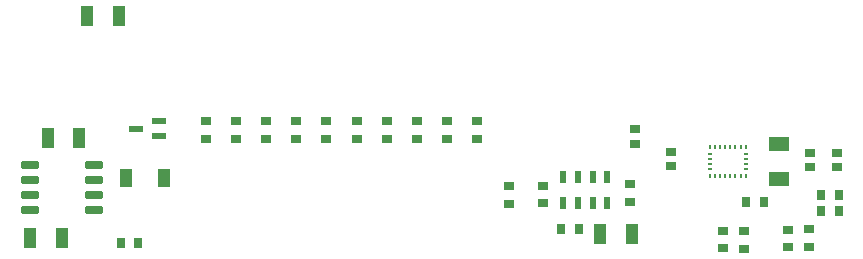
<source format=gtp>
G04*
G04 #@! TF.GenerationSoftware,Altium Limited,Altium Designer,21.6.4 (81)*
G04*
G04 Layer_Color=8421504*
%FSLAX25Y25*%
%MOIN*%
G70*
G04*
G04 #@! TF.SameCoordinates,97392813-CCE2-4223-8130-4091A0700721*
G04*
G04*
G04 #@! TF.FilePolarity,Positive*
G04*
G01*
G75*
%ADD16R,0.03543X0.02756*%
%ADD17R,0.02362X0.04331*%
%ADD18R,0.00906X0.01378*%
%ADD19R,0.01378X0.00906*%
%ADD20R,0.03197X0.02985*%
%ADD21R,0.07165X0.04567*%
%ADD22R,0.03543X0.02953*%
G04:AMPARAMS|DCode=23|XSize=23.62mil|YSize=57.09mil|CornerRadius=2.01mil|HoleSize=0mil|Usage=FLASHONLY|Rotation=270.000|XOffset=0mil|YOffset=0mil|HoleType=Round|Shape=RoundedRectangle|*
%AMROUNDEDRECTD23*
21,1,0.02362,0.05307,0,0,270.0*
21,1,0.01961,0.05709,0,0,270.0*
1,1,0.00402,-0.02653,-0.00980*
1,1,0.00402,-0.02653,0.00980*
1,1,0.00402,0.02653,0.00980*
1,1,0.00402,0.02653,-0.00980*
%
%ADD23ROUNDEDRECTD23*%
%ADD24R,0.02756X0.03543*%
%ADD25R,0.04331X0.06693*%
%ADD26R,0.03937X0.05906*%
%ADD27R,0.04156X0.06528*%
%ADD28R,0.04528X0.02165*%
D16*
X182500Y42595D02*
D03*
Y48500D02*
D03*
X171000Y48453D02*
D03*
Y42547D02*
D03*
X160500Y70000D02*
D03*
Y64095D02*
D03*
X150444Y70000D02*
D03*
Y64095D02*
D03*
X140389Y70000D02*
D03*
Y64095D02*
D03*
X130333Y70000D02*
D03*
Y64095D02*
D03*
X100167D02*
D03*
Y70000D02*
D03*
X90111Y64095D02*
D03*
Y70000D02*
D03*
X80056Y64095D02*
D03*
Y70000D02*
D03*
X70000Y64095D02*
D03*
Y70000D02*
D03*
X110222D02*
D03*
Y64095D02*
D03*
X249500Y27500D02*
D03*
Y33406D02*
D03*
X242500Y27595D02*
D03*
Y33500D02*
D03*
X120278Y64095D02*
D03*
Y70000D02*
D03*
X264000Y27905D02*
D03*
Y33811D02*
D03*
X271000Y28000D02*
D03*
Y33906D02*
D03*
X211500Y48953D02*
D03*
Y43047D02*
D03*
D17*
X203882Y51331D02*
D03*
Y42669D02*
D03*
X198961Y51331D02*
D03*
Y42669D02*
D03*
X194039D02*
D03*
Y51331D02*
D03*
X189118D02*
D03*
Y42669D02*
D03*
D18*
X238075Y51579D02*
D03*
X239768D02*
D03*
X241461D02*
D03*
X243154D02*
D03*
X244847D02*
D03*
X246539D02*
D03*
X248232D02*
D03*
X249925D02*
D03*
Y61421D02*
D03*
X248232D02*
D03*
X246539D02*
D03*
X244847D02*
D03*
X243154D02*
D03*
X241461D02*
D03*
X239768D02*
D03*
X238075D02*
D03*
D19*
Y53961D02*
D03*
Y55654D02*
D03*
Y57346D02*
D03*
X249925Y53961D02*
D03*
Y55654D02*
D03*
Y57346D02*
D03*
Y59039D02*
D03*
X238075D02*
D03*
D20*
X213000Y67469D02*
D03*
Y62532D02*
D03*
D21*
X261000Y50886D02*
D03*
Y62500D02*
D03*
D22*
X271500Y59500D02*
D03*
Y54776D02*
D03*
X280500Y59500D02*
D03*
Y54776D02*
D03*
X225000Y55138D02*
D03*
Y59862D02*
D03*
D23*
X32728Y40500D02*
D03*
Y45500D02*
D03*
Y50500D02*
D03*
Y55500D02*
D03*
X11272Y40500D02*
D03*
Y45500D02*
D03*
Y50500D02*
D03*
Y55500D02*
D03*
D24*
X41594Y29500D02*
D03*
X47500D02*
D03*
X188547Y34000D02*
D03*
X194453D02*
D03*
X256000Y43000D02*
D03*
X250095D02*
D03*
X281000Y40000D02*
D03*
X275095D02*
D03*
X281000Y45500D02*
D03*
X275095D02*
D03*
D25*
X11500Y31000D02*
D03*
X22130D02*
D03*
X41000Y105000D02*
D03*
X30370D02*
D03*
X212130Y32500D02*
D03*
X201500D02*
D03*
D26*
X56098Y51000D02*
D03*
X43500D02*
D03*
D27*
X27623Y64500D02*
D03*
X17377D02*
D03*
D28*
X54500Y65000D02*
D03*
Y70118D02*
D03*
X46626Y67559D02*
D03*
M02*

</source>
